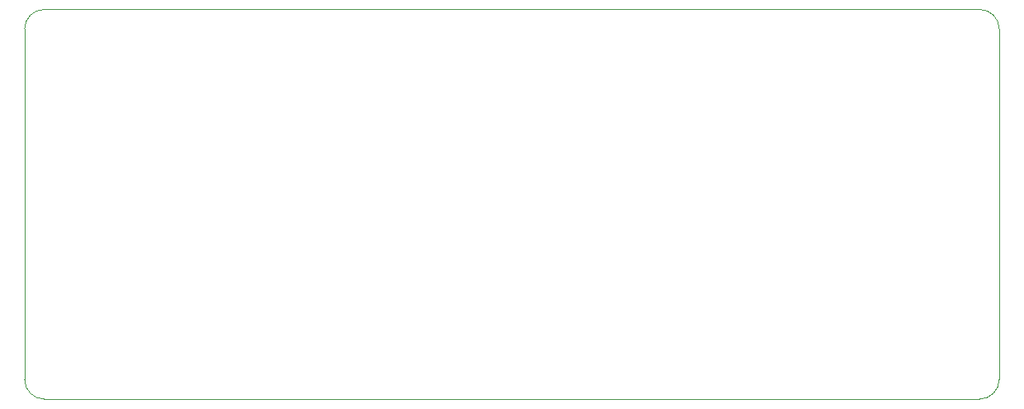
<source format=gbr>
%TF.GenerationSoftware,KiCad,Pcbnew,(5.1.6)-1*%
%TF.CreationDate,2021-01-14T00:20:57+08:00*%
%TF.ProjectId,micro-mp,6d696372-6f2d-46d7-902e-6b696361645f,v0.4*%
%TF.SameCoordinates,Original*%
%TF.FileFunction,Profile,NP*%
%FSLAX46Y46*%
G04 Gerber Fmt 4.6, Leading zero omitted, Abs format (unit mm)*
G04 Created by KiCad (PCBNEW (5.1.6)-1) date 2021-01-14 00:20:57*
%MOMM*%
%LPD*%
G01*
G04 APERTURE LIST*
%TA.AperFunction,Profile*%
%ADD10C,0.050000*%
%TD*%
G04 APERTURE END LIST*
D10*
X104000000Y-73000000D02*
G75*
G02*
X106000000Y-71000000I2000000J0D01*
G01*
X106000000Y-111000000D02*
G75*
G02*
X104000000Y-109000000I0J2000000D01*
G01*
X204000000Y-109000000D02*
G75*
G02*
X202000000Y-111000000I-2000000J0D01*
G01*
X202000000Y-71000000D02*
G75*
G02*
X204000000Y-73000000I0J-2000000D01*
G01*
X104000000Y-109000000D02*
X104000000Y-73000000D01*
X202000000Y-111000000D02*
X106000000Y-111000000D01*
X204000000Y-73000000D02*
X204000000Y-109000000D01*
X106000000Y-71000000D02*
X202000000Y-71000000D01*
M02*

</source>
